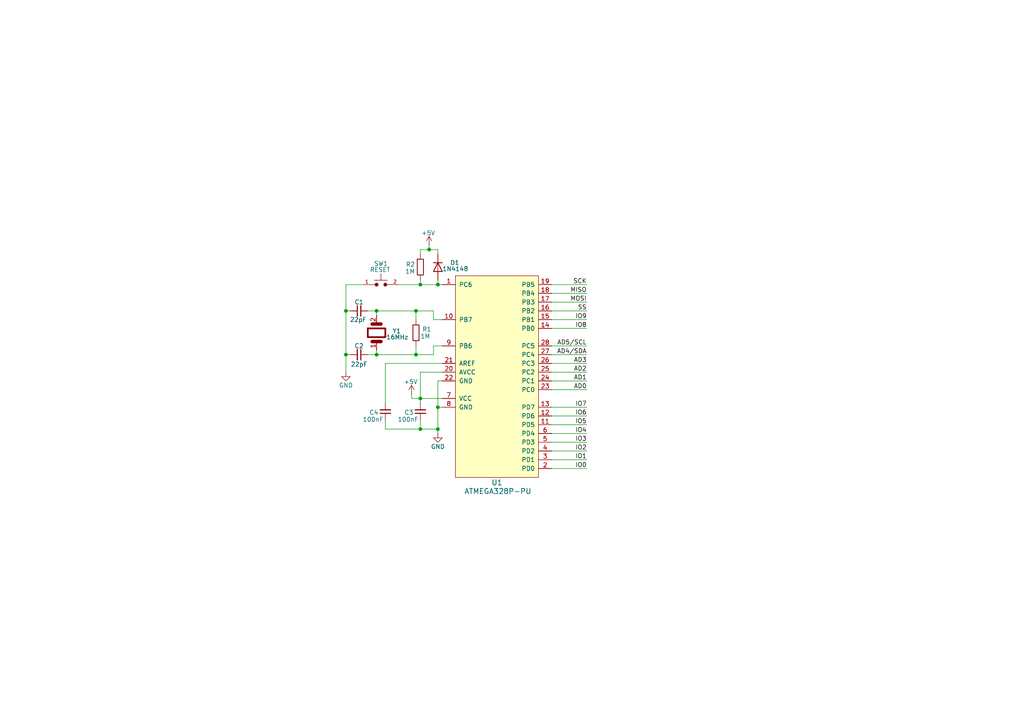
<source format=kicad_sch>
(kicad_sch (version 20250114) (generator "eeschema") (generator_version "9.0")
  (paper "A4")
  (lib_symbols
    (symbol "Device:C_Small" (pin_numbers (hide yes)) (pin_names (offset 0.254) (hide yes))
      (property "Reference" "C" (at 0.254 1.778 0))
      (property "Value" "C_Small" (at 0.254 -2.032 0))
      (symbol "C_Small_0_1"
        (polyline (pts (xy -1.524 0.508) (xy 1.524 0.508)) (stroke (width 0.3048)))
        (polyline (pts (xy -1.524 -0.508) (xy 1.524 -0.508)) (stroke (width 0.3302)))
      )
      (symbol "C_Small_1_1"
        (pin passive line (at 0 2.54 270) (length 2.032) (name "~") (number "1"))
        (pin passive line (at 0 -2.54 90) (length 2.032) (name "~") (number "2"))
      )
    )
    (symbol "Diode:1N4148" (pin_numbers (hide yes)) (pin_names (hide yes))
      (property "Reference" "D" (at 0 2.54 0))
      (property "Value" "1N4148" (at 0 -2.54 0))
      (symbol "1N4148_0_1"
        (polyline (pts (xy -1.27 1.27) (xy -1.27 -1.27)) (stroke (width 0.254)))
        (polyline (pts (xy 1.27 1.27) (xy 1.27 -1.27) (xy -1.27 0) (xy 1.27 1.27)) (stroke (width 0.254)))
        (polyline (pts (xy 1.27 0) (xy -1.27 0)))
      )
      (symbol "1N4148_1_1"
        (pin passive line (at -3.81 0 0) (length 2.54) (name "K") (number "1"))
        (pin passive line (at 3.81 0 180) (length 2.54) (name "A") (number "2"))
      )
    )
    (symbol "PCM_SL_Devices:Crystal_16MHz"
      (property "Reference" "Y" (at 0 7.62 0))
      (property "Value" "Crystal_16MHz" (at 0 5.08 0))
      (symbol "Crystal_16MHz_0_1"
        (polyline (pts (xy -2.54 1.27) (xy -2.54 -1.27)) (stroke (width 1)))
        (rectangle (start -1.27 2.54) (end 1.27 -2.54) (stroke (width 0.5)))
        (polyline (pts (xy 2.54 1.27) (xy 2.54 -1.27)) (stroke (width 1)))
      )
      (symbol "Crystal_16MHz_1_1"
        (pin passive line (at -5.08 0 0) (length 2.54) (name "") (number "1"))
        (pin passive line (at 5.08 0 180) (length 2.54) (name "") (number "2"))
      )
    )
    (symbol "PCM_SL_Devices:Push_Button"
      (property "Reference" "SW" (at 0 6.35 0))
      (property "Value" "Push_Button" (at 0 4.445 0))
      (symbol "Push_Button_0_1"
        (polyline (pts (xy -3.175 0) (xy -1.778 0)))
        (polyline (pts (xy -1.905 1.27) (xy 1.905 1.27)))
        (circle (center -1.27 0) (radius 0.4579) (fill (type outline)))
        (polyline (pts (xy 0 1.27) (xy 0 3.175)))
        (circle (center 1.27 0) (radius 0.4579) (fill (type outline)))
        (polyline (pts (xy 1.778 0) (xy 3.175 0)))
      )
      (symbol "Push_Button_1_1"
        (pin passive line (at -5.08 0 0) (length 2) (name "") (number "1"))
        (pin passive line (at 5.08 0 180) (length 2) (name "") (number "2"))
      )
    )
    (symbol "PCM_SL_Resistors:1M"
      (property "Reference" "R" (at 0 5.08 0))
      (property "Value" "1M" (at 0 2.54 0))
      (symbol "1M_0_1"
        (rectangle (start -2.286 0.889) (end 2.286 -0.889) (stroke (width 0.24)))
      )
      (symbol "1M_1_1"
        (pin passive line (at -3.81 0 0) (length 1.5) (name "") (number "1"))
        (pin passive line (at 3.81 0 180) (length 1.5) (name "~") (number "2"))
      )
    )
    (symbol "dk_Embedded-Microcontrollers:ATMEGA328P-PU" (pin_names (offset 1.016))
      (property "Reference" "U?" (at -1.778 32.766 0))
      (property "Value" "ATMEGA328P-PU" (at -10.414 30.48 0))
      (symbol "ATMEGA328P-PU_0_1"
        (rectangle (start -13.97 29.21) (end 10.16 -29.21) (fill (type background)))
      )
      (symbol "ATMEGA328P-PU_1_1"
        (pin bidirectional line (at -17.78 26.67 0) (length 3.81) (name "PC6") (number "1"))
        (pin bidirectional line (at -17.78 16.51 0) (length 3.81) (name "PB7") (number "10"))
        (pin bidirectional line (at -17.78 8.89 0) (length 3.81) (name "PB6") (number "9"))
        (pin input line (at -17.78 3.81 0) (length 3.81) (name "AREF") (number "21"))
        (pin power_in line (at -17.78 1.27 0) (length 3.81) (name "AVCC") (number "20"))
        (pin power_in line (at -17.78 -1.27 0) (length 3.81) (name "GND") (number "22"))
        (pin power_in line (at -17.78 -6.35 0) (length 3.81) (name "VCC") (number "7"))
        (pin power_in line (at -17.78 -8.89 0) (length 3.81) (name "GND") (number "8"))
        (pin bidirectional line (at 13.97 26.67 180) (length 3.81) (name "PB5") (number "19"))
        (pin bidirectional line (at 13.97 24.13 180) (length 3.81) (name "PB4") (number "18"))
        (pin bidirectional line (at 13.97 21.59 180) (length 3.81) (name "PB3") (number "17"))
        (pin bidirectional line (at 13.97 19.05 180) (length 3.81) (name "PB2") (number "16"))
        (pin bidirectional line (at 13.97 16.51 180) (length 3.81) (name "PB1") (number "15"))
        (pin bidirectional line (at 13.97 13.97 180) (length 3.81) (name "PB0") (number "14"))
        (pin bidirectional line (at 13.97 8.89 180) (length 3.81) (name "PC5") (number "28"))
        (pin bidirectional line (at 13.97 6.35 180) (length 3.81) (name "PC4") (number "27"))
        (pin bidirectional line (at 13.97 3.81 180) (length 3.81) (name "PC3") (number "26"))
        (pin bidirectional line (at 13.97 1.27 180) (length 3.81) (name "PC2") (number "25"))
        (pin bidirectional line (at 13.97 -1.27 180) (length 3.81) (name "PC1") (number "24"))
        (pin bidirectional line (at 13.97 -3.81 180) (length 3.81) (name "PC0") (number "23"))
        (pin bidirectional line (at 13.97 -8.89 180) (length 3.81) (name "PD7") (number "13"))
        (pin bidirectional line (at 13.97 -11.43 180) (length 3.81) (name "PD6") (number "12"))
        (pin bidirectional line (at 13.97 -13.97 180) (length 3.81) (name "PD5") (number "11"))
        (pin bidirectional line (at 13.97 -16.51 180) (length 3.81) (name "PD4") (number "6"))
        (pin bidirectional line (at 13.97 -19.05 180) (length 3.81) (name "PD3") (number "5"))
        (pin bidirectional line (at 13.97 -21.59 180) (length 3.81) (name "PD2") (number "4"))
        (pin bidirectional line (at 13.97 -24.13 180) (length 3.81) (name "PD1") (number "3"))
        (pin bidirectional line (at 13.97 -26.67 180) (length 3.81) (name "PD0") (number "2"))
      )
    )
    (symbol "power:+5V" (power) (pin_numbers (hide yes)) (pin_names (offset 0) (hide yes))
      (property "Value" "+5V" (at 0 3.556 0))
      (symbol "+5V_0_1"
        (polyline (pts (xy -0.762 1.27) (xy 0 2.54)))
        (polyline (pts (xy 0 2.54) (xy 0.762 1.27)))
        (polyline (pts (xy 0 0) (xy 0 2.54)))
      )
      (symbol "+5V_1_1"
        (pin power_in line (at 0 0 90) (length 0) (name "~") (number "1"))
      )
    )
    (symbol "power:GND" (power) (pin_numbers (hide yes)) (pin_names (offset 0) (hide yes))
      (property "Value" "GND" (at 0 -3.81 0))
      (symbol "GND_0_1"
        (polyline (pts (xy 0 0) (xy 0 -1.27) (xy 1.27 -1.27) (xy 0 -2.54) (xy -1.27 -1.27) (xy 0 -1.27)))
      )
      (symbol "GND_1_1"
        (pin power_in line (at 0 0 270) (length 0) (name "~") (number "1"))
      )
    )
  )
  (junction (at 109.22 90.17))
  (junction (at 127 82.55))
  (junction (at 121.92 82.55))
  (junction (at 124.46 72.39))
  (junction (at 120.65 90.17))
  (junction (at 100.33 90.17))
  (junction (at 120.65 102.87))
  (junction (at 121.92 124.46))
  (junction (at 121.92 115.57))
  (junction (at 109.22 102.87))
  (junction (at 127 124.46))
  (junction (at 100.33 102.87))
  (junction (at 127 118.11))
  (wire (pts (xy 124.46 71.12) (xy 124.46 72.39)))
  (wire (pts (xy 160.02 87.63) (xy 170.18 87.63)))
  (wire (pts (xy 121.92 124.46) (xy 121.92 121.92)))
  (wire (pts (xy 125.73 100.33) (xy 128.27 100.33)))
  (wire (pts (xy 106.68 102.87) (xy 109.22 102.87)))
  (wire (pts (xy 100.33 102.87) (xy 100.33 107.95)))
  (wire (pts (xy 125.73 92.71) (xy 128.27 92.71)))
  (wire (pts (xy 109.22 90.17) (xy 120.65 90.17)))
  (wire (pts (xy 100.33 82.55) (xy 100.33 90.17)))
  (wire (pts (xy 160.02 135.89) (xy 170.18 135.89)))
  (wire (pts (xy 119.38 114.3) (xy 119.38 115.57)))
  (wire (pts (xy 160.02 92.71) (xy 170.18 92.71)))
  (wire (pts (xy 127 72.39) (xy 127 73.66)))
  (wire (pts (xy 121.92 107.95) (xy 128.27 107.95)))
  (wire (pts (xy 160.02 123.19) (xy 170.18 123.19)))
  (wire (pts (xy 111.76 105.41) (xy 128.27 105.41)))
  (wire (pts (xy 109.22 90.17) (xy 109.22 91.44)))
  (wire (pts (xy 115.57 82.55) (xy 121.92 82.55)))
  (wire (pts (xy 120.65 102.87) (xy 125.73 102.87)))
  (wire (pts (xy 125.73 90.17) (xy 125.73 92.71)))
  (wire (pts (xy 160.02 133.35) (xy 170.18 133.35)))
  (wire (pts (xy 160.02 125.73) (xy 170.18 125.73)))
  (wire (pts (xy 120.65 90.17) (xy 125.73 90.17)))
  (wire (pts (xy 160.02 85.09) (xy 170.18 85.09)))
  (wire (pts (xy 160.02 105.41) (xy 170.18 105.41)))
  (wire (pts (xy 120.65 100.33) (xy 120.65 102.87)))
  (wire (pts (xy 100.33 90.17) (xy 101.6 90.17)))
  (wire (pts (xy 109.22 102.87) (xy 120.65 102.87)))
  (wire (pts (xy 160.02 128.27) (xy 170.18 128.27)))
  (wire (pts (xy 160.02 90.17) (xy 170.18 90.17)))
  (wire (pts (xy 125.73 100.33) (xy 125.73 102.87)))
  (wire (pts (xy 121.92 107.95) (xy 121.92 115.57)))
  (wire (pts (xy 127 118.11) (xy 127 124.46)))
  (wire (pts (xy 160.02 82.55) (xy 170.18 82.55)))
  (wire (pts (xy 127 82.55) (xy 128.27 82.55)))
  (wire (pts (xy 121.92 115.57) (xy 121.92 116.84)))
  (wire (pts (xy 100.33 102.87) (xy 101.6 102.87)))
  (wire (pts (xy 160.02 113.03) (xy 170.18 113.03)))
  (wire (pts (xy 160.02 107.95) (xy 170.18 107.95)))
  (wire (pts (xy 100.33 90.17) (xy 100.33 102.87)))
  (wire (pts (xy 127 124.46) (xy 127 125.73)))
  (wire (pts (xy 160.02 130.81) (xy 170.18 130.81)))
  (wire (pts (xy 121.92 82.55) (xy 127 82.55)))
  (wire (pts (xy 121.92 72.39) (xy 124.46 72.39)))
  (wire (pts (xy 160.02 100.33) (xy 170.18 100.33)))
  (wire (pts (xy 160.02 118.11) (xy 170.18 118.11)))
  (wire (pts (xy 160.02 110.49) (xy 170.18 110.49)))
  (wire (pts (xy 119.38 115.57) (xy 121.92 115.57)))
  (wire (pts (xy 127 81.28) (xy 127 82.55)))
  (wire (pts (xy 106.68 90.17) (xy 109.22 90.17)))
  (wire (pts (xy 121.92 115.57) (xy 128.27 115.57)))
  (wire (pts (xy 120.65 90.17) (xy 120.65 92.71)))
  (wire (pts (xy 160.02 95.25) (xy 170.18 95.25)))
  (wire (pts (xy 127 110.49) (xy 127 118.11)))
  (wire (pts (xy 109.22 101.6) (xy 109.22 102.87)))
  (wire (pts (xy 121.92 81.28) (xy 121.92 82.55)))
  (wire (pts (xy 111.76 121.92) (xy 111.76 124.46)))
  (wire (pts (xy 124.46 72.39) (xy 127 72.39)))
  (wire (pts (xy 100.33 82.55) (xy 105.41 82.55)))
  (wire (pts (xy 127 110.49) (xy 128.27 110.49)))
  (wire (pts (xy 111.76 105.41) (xy 111.76 116.84)))
  (wire (pts (xy 121.92 72.39) (xy 121.92 73.66)))
  (wire (pts (xy 160.02 102.87) (xy 170.18 102.87)))
  (wire (pts (xy 127 118.11) (xy 128.27 118.11)))
  (wire (pts (xy 121.92 124.46) (xy 127 124.46)))
  (wire (pts (xy 160.02 120.65) (xy 170.18 120.65)))
  (wire (pts (xy 111.76 124.46) (xy 121.92 124.46)))
  (label "MOSI" (at 170.18 87.63 180))
  (label "IO6" (at 170.18 120.65 180))
  (label "IO8" (at 170.18 95.25 180))
  (label "AD2" (at 170.18 107.95 180))
  (label "MISO" (at 170.18 85.09 180))
  (label "AD4{slash}SDA" (at 170.18 102.87 180))
  (label "IO5" (at 170.18 123.19 180))
  (label "IO4" (at 170.18 125.73 180))
  (label "SS" (at 170.18 90.17 180))
  (label "IO0" (at 170.18 135.89 180))
  (label "IO1" (at 170.18 133.35 180))
  (label "IO2" (at 170.18 130.81 180))
  (label "AD5{slash}SCL" (at 170.18 100.33 180))
  (label "AD0" (at 170.18 113.03 180))
  (label "IO7" (at 170.18 118.11 180))
  (label "IO9" (at 170.18 92.71 180))
  (label "IO3" (at 170.18 128.27 180))
  (label "AD3" (at 170.18 105.41 180))
  (label "SCK" (at 170.18 82.55 180))
  (label "AD1" (at 170.18 110.49 180))
  (symbol (lib_id "power:+5V") (at 119.38 114.3 0) (unit 1)
    (property "Reference" "#PWR03" (effects (hide yes)))
    (property "Value" "+5V" (at 119.126 110.744 0))
    (property "Description" "Power symbol creates a global label with name \"+5V\"" (effects (hide yes)))
  )
  (symbol (lib_id "PCM_SL_Resistors:1M") (at 121.92 77.47 270) (unit 1)
    (property "Reference" "R2" (at 120.396 76.708 90) (effects (justify right)))
    (property "Value" "1M" (at 120.396 78.74 90) (effects (justify right)))
    (property "Footprint" "Resistor_THT:R_Axial_DIN0207_L6.3mm_D2.5mm_P10.16mm_Horizontal" (effects (hide yes)))
    (property "Description" "1MΩ, 1/4W Resistor" (effects (hide yes)))
  )
  (symbol (lib_id "Device:C_Small") (at 104.14 102.87 270) (unit 1)
    (property "Reference" "C2" (at 104.14 100.33 90))
    (property "Value" "22pF" (at 104.14 105.664 90))
    (property "Description" "Unpolarized capacitor, small symbol" (effects (hide yes)))
  )
  (symbol (lib_id "Device:C_Small") (at 104.14 90.17 90) (unit 1)
    (property "Reference" "C1" (at 104.14 87.63 90))
    (property "Value" "22pF" (at 103.886 92.71 90))
    (property "Description" "Unpolarized capacitor, small symbol" (effects (hide yes)))
  )
  (symbol (lib_id "Device:C_Small") (at 111.76 119.38 180) (unit 1)
    (property "Reference" "C4" (at 108.458 119.634 0))
    (property "Value" "100nF" (at 108.204 121.666 0))
    (property "Description" "Unpolarized capacitor, small symbol" (effects (hide yes)))
  )
  (symbol (lib_id "dk_Embedded-Microcontrollers:ATMEGA328P-PU") (at 146.05 109.22 0) (unit 1)
    (property "Reference" "U1" (at 142.494 139.954 0) (effects (font (size 1.524 1.524)) (justify left)))
    (property "Value" "ATMEGA328P-PU" (at 134.62 142.494 0) (effects (font (size 1.524 1.524)) (justify left)))
    (property "Footprint" "digikey-footprints:DIP-28_W7.62mm" (effects (hide yes)))
    (property "Datasheet" "http://www.microchip.com/mymicrochip/filehandler.aspx?ddocname=en608326" (effects (hide yes)))
    (property "Description" "IC MCU 8BIT 32KB FLASH 28DIP" (effects (hide yes)))
    (property "Digi-Key_PN" "ATMEGA328P-PU-ND" (effects (hide yes)))
    (property "MPN" "ATMEGA328P-PU" (effects (hide yes)))
    (property "Category" "Integrated Circuits (ICs)" (effects (hide yes)))
    (property "Family" "Embedded - Microcontrollers" (effects (hide yes)))
    (property "DK_Datasheet_Link" "http://www.microchip.com/mymicrochip/filehandler.aspx?ddocname=en608326" (effects (hide yes)))
    (property "DK_Detail_Page" "/product-detail/en/microchip-technology/ATMEGA328P-PU/ATMEGA328P-PU-ND/1914589" (effects (hide yes)))
    (property "Description_1" "IC MCU 8BIT 32KB FLASH 28DIP" (effects (hide yes)))
    (property "Manufacturer" "Microchip Technology" (effects (hide yes)))
    (property "Status" "Active" (effects (hide yes)))
  )
  (symbol (lib_id "PCM_SL_Devices:Crystal_16MHz") (at 109.22 96.52 90) (unit 1)
    (property "Reference" "Y1" (at 113.792 96.012 90) (effects (justify right)))
    (property "Value" "16MHz" (at 112.014 97.79 90) (effects (justify right)))
    (property "Footprint" "Crystal:Crystal_HC49-4H_Vertical" (effects (hide yes)))
    (property "Description" "16Mz Crystal" (effects (hide yes)))
  )
  (symbol (lib_id "Device:C_Small") (at 121.92 119.38 180) (unit 1)
    (property "Reference" "C3" (at 118.618 119.634 0))
    (property "Value" "100nF" (at 118.364 121.666 0))
    (property "Description" "Unpolarized capacitor, small symbol" (effects (hide yes)))
  )
  (symbol (lib_id "PCM_SL_Devices:Push_Button") (at 110.49 82.55 0) (unit 1)
    (property "Reference" "SW1" (at 110.49 76.454 0))
    (property "Value" "RESET" (at 110.236 78.232 0))
    (property "Footprint" "Button_Switch_THT:SW_PUSH_6mm" (effects (hide yes)))
    (property "Description" "Common 6mmx6mm Push Button" (effects (hide yes)))
  )
  (symbol (lib_id "Diode:1N4148") (at 127 77.47 270) (unit 1)
    (property "Reference" "D1" (at 130.556 76.2 90) (effects (justify left)))
    (property "Value" "1N4148" (at 128.27 77.978 90) (effects (justify left)))
    (property "Footprint" "Diode_THT:D_DO-35_SOD27_P7.62mm_Horizontal" (effects (hide yes)))
    (property "Datasheet" "https://assets.nexperia.com/documents/data-sheet/1N4148_1N4448.pdf" (effects (hide yes)))
    (property "Description" "100V 0.15A standard switching diode, DO-35" (effects (hide yes)))
    (property "Sim.Device" "D" (effects (hide yes)))
    (property "Sim.Pins" "1=K 2=A" (effects (hide yes)))
  )
  (symbol (lib_id "power:GND") (at 127 125.73 0) (unit 1)
    (property "Reference" "#PWR02" (effects (hide yes)))
    (property "Value" "GND" (at 127 129.54 0))
    (property "Description" "Power symbol creates a global label with name \"GND\" , ground" (effects (hide yes)))
  )
  (symbol (lib_id "power:+5V") (at 124.46 71.12 0) (unit 1)
    (property "Reference" "#PWR04" (effects (hide yes)))
    (property "Value" "+5V" (at 124.206 67.564 0))
    (property "Description" "Power symbol creates a global label with name \"+5V\"" (effects (hide yes)))
  )
  (symbol (lib_id "PCM_SL_Resistors:1M") (at 120.65 96.52 90) (unit 1)
    (property "Reference" "R1" (at 122.428 95.504 90) (effects (justify right)))
    (property "Value" "1M" (at 121.92 97.536 90) (effects (justify right)))
    (property "Footprint" "Resistor_THT:R_Axial_DIN0207_L6.3mm_D2.5mm_P10.16mm_Horizontal" (effects (hide yes)))
    (property "Description" "1MΩ, 1/4W Resistor" (effects (hide yes)))
  )
  (symbol (lib_id "power:GND") (at 100.33 107.95 0) (unit 1)
    (property "Reference" "#PWR01" (effects (hide yes)))
    (property "Value" "GND" (at 100.33 111.76 0))
    (property "Description" "Power symbol creates a global label with name \"GND\" , ground" (effects (hide yes)))
  )
)
</source>
